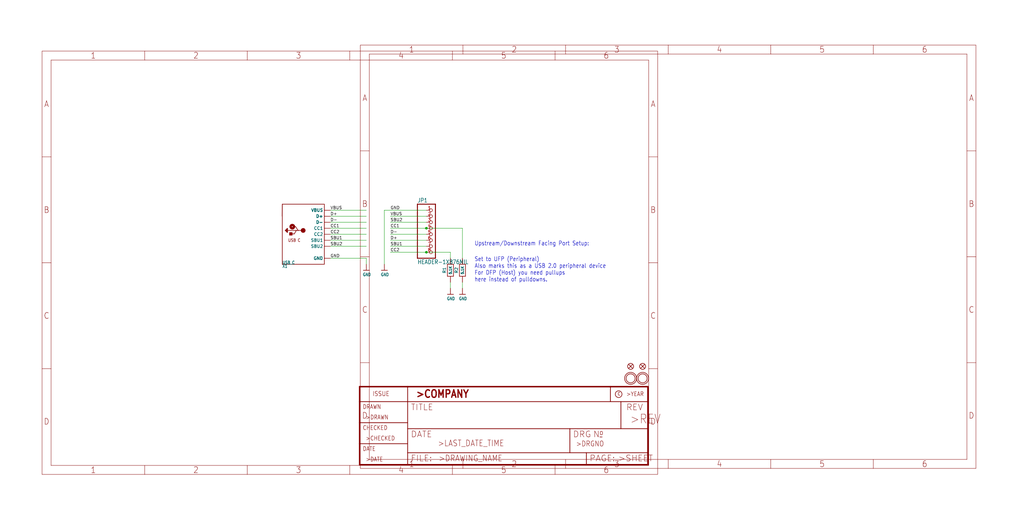
<source format=kicad_sch>
(kicad_sch (version 20211123) (generator eeschema)
  (paper "User" 433.07 220.421)
  (lib_symbols
    (symbol "schematicEagle-eagle-import:FIDUCIAL_1MM"
      (symbol "FIDUCIAL_1MM_1_0"
        (polyline (pts (xy -0.762 0.762) (xy 0.762 -0.762)) (stroke (width 0.254)))
        (polyline (pts (xy 0.762 0.762) (xy -0.762 -0.762)) (stroke (width 0.254)))
        (circle (center 0 0) (radius 1.27) (stroke (width 0.254)))
      )
    )
    (symbol "schematicEagle-eagle-import:FRAME_A4"
      (symbol "FRAME_A4_0_0"
        (polyline (pts (xy 0 44.7675) (xy 3.81 44.7675)))
        (polyline (pts (xy 0 89.535) (xy 3.81 89.535)))
        (polyline (pts (xy 0 134.3025) (xy 3.81 134.3025)))
        (polyline (pts (xy 3.81 3.81) (xy 3.81 175.26)))
        (polyline (pts (xy 43.3917 0) (xy 43.3917 3.81)))
        (polyline (pts (xy 43.3917 175.26) (xy 43.3917 179.07)))
        (polyline (pts (xy 86.7833 0) (xy 86.7833 3.81)))
        (polyline (pts (xy 86.7833 175.26) (xy 86.7833 179.07)))
        (polyline (pts (xy 130.175 0) (xy 130.175 3.81)))
        (polyline (pts (xy 130.175 175.26) (xy 130.175 179.07)))
        (polyline (pts (xy 173.5667 0) (xy 173.5667 3.81)))
        (polyline (pts (xy 173.5667 175.26) (xy 173.5667 179.07)))
        (polyline (pts (xy 216.9583 0) (xy 216.9583 3.81)))
        (polyline (pts (xy 216.9583 175.26) (xy 216.9583 179.07)))
        (polyline (pts (xy 256.54 3.81) (xy 3.81 3.81)))
        (polyline (pts (xy 256.54 3.81) (xy 256.54 175.26)))
        (polyline (pts (xy 256.54 44.7675) (xy 260.35 44.7675)))
        (polyline (pts (xy 256.54 89.535) (xy 260.35 89.535)))
        (polyline (pts (xy 256.54 134.3025) (xy 260.35 134.3025)))
        (polyline (pts (xy 256.54 175.26) (xy 3.81 175.26)))
        (polyline (pts (xy 0 0) (xy 260.35 0) (xy 260.35 179.07) (xy 0 179.07) (xy 0 0)))
        (text "1" (at 21.6958 1.905 0) (effects (font (size 2.54 2.286))))
        (text "1" (at 21.6958 177.165 0) (effects (font (size 2.54 2.286))))
        (text "2" (at 65.0875 1.905 0) (effects (font (size 2.54 2.286))))
        (text "2" (at 65.0875 177.165 0) (effects (font (size 2.54 2.286))))
        (text "3" (at 108.4792 1.905 0) (effects (font (size 2.54 2.286))))
        (text "3" (at 108.4792 177.165 0) (effects (font (size 2.54 2.286))))
        (text "4" (at 151.8708 1.905 0) (effects (font (size 2.54 2.286))))
        (text "4" (at 151.8708 177.165 0) (effects (font (size 2.54 2.286))))
        (text "5" (at 195.2625 1.905 0) (effects (font (size 2.54 2.286))))
        (text "5" (at 195.2625 177.165 0) (effects (font (size 2.54 2.286))))
        (text "6" (at 238.6542 1.905 0) (effects (font (size 2.54 2.286))))
        (text "6" (at 238.6542 177.165 0) (effects (font (size 2.54 2.286))))
        (text "A" (at 1.905 156.6863 0) (effects (font (size 2.54 2.286))))
        (text "A" (at 258.445 156.6863 0) (effects (font (size 2.54 2.286))))
        (text "B" (at 1.905 111.9188 0) (effects (font (size 2.54 2.286))))
        (text "B" (at 258.445 111.9188 0) (effects (font (size 2.54 2.286))))
        (text "C" (at 1.905 67.1513 0) (effects (font (size 2.54 2.286))))
        (text "C" (at 258.445 67.1513 0) (effects (font (size 2.54 2.286))))
        (text "D" (at 1.905 22.3838 0) (effects (font (size 2.54 2.286))))
        (text "D" (at 258.445 22.3838 0) (effects (font (size 2.54 2.286))))
      )
      (symbol "FRAME_A4_1_0"
        (polyline (pts (xy 256.54 3.81) (xy 256.54 8.89)) (stroke (width 0.1016)))
        (polyline (pts (xy 256.54 8.89) (xy 256.54 13.97)) (stroke (width 0.1016)))
        (polyline (pts (xy 256.54 13.97) (xy 256.54 19.05)) (stroke (width 0.1016)))
        (polyline (pts (xy 256.54 19.05) (xy 256.54 36.83)) (stroke (width 0.1016)))
      )
      (symbol "FRAME_A4_2_0"
        (polyline (pts (xy -0.3048 1.5748) (xy 20.0152 1.5748)) (stroke (width 0.6096)))
        (polyline (pts (xy -0.3048 10.4648) (xy -0.3048 1.5748)) (stroke (width 0.6096)))
        (polyline (pts (xy -0.3048 10.4648) (xy 20.0152 10.4648)) (stroke (width 0.3048)))
        (polyline (pts (xy -0.3048 19.3548) (xy -0.3048 10.4648)) (stroke (width 0.6096)))
        (polyline (pts (xy -0.3048 19.3548) (xy 20.0152 19.3548)) (stroke (width 0.3048)))
        (polyline (pts (xy -0.3048 28.2448) (xy -0.3048 19.3548)) (stroke (width 0.6096)))
        (polyline (pts (xy -0.3048 28.2448) (xy 20.0152 28.2448)) (stroke (width 0.3048)))
        (polyline (pts (xy -0.3048 34.5948) (xy -0.3048 28.2448)) (stroke (width 0.6096)))
        (polyline (pts (xy 20.0152 1.5748) (xy 20.0152 6.6548)) (stroke (width 0.3048)))
        (polyline (pts (xy 20.0152 1.5748) (xy 95.5802 1.5748)) (stroke (width 0.6096)))
        (polyline (pts (xy 20.0152 6.6548) (xy 20.0152 10.4648)) (stroke (width 0.3048)))
        (polyline (pts (xy 20.0152 6.6548) (xy 88.5952 6.6548)) (stroke (width 0.3048)))
        (polyline (pts (xy 20.0152 10.4648) (xy 20.0152 16.8148)) (stroke (width 0.3048)))
        (polyline (pts (xy 20.0152 16.8148) (xy 20.0152 19.3548)) (stroke (width 0.3048)))
        (polyline (pts (xy 20.0152 19.3548) (xy 20.0152 28.2448)) (stroke (width 0.3048)))
        (polyline (pts (xy 20.0152 28.2448) (xy 20.0152 34.5948)) (stroke (width 0.3048)))
        (polyline (pts (xy 20.0152 28.2448) (xy 105.7402 28.2448)) (stroke (width 0.3048)))
        (polyline (pts (xy 20.0152 34.5948) (xy -0.3048 34.5948)) (stroke (width 0.6096)))
        (polyline (pts (xy 88.5952 6.6548) (xy 95.5802 6.6548)) (stroke (width 0.3048)))
        (polyline (pts (xy 88.5952 16.8148) (xy 20.0152 16.8148)) (stroke (width 0.3048)))
        (polyline (pts (xy 88.5952 16.8148) (xy 88.5952 6.6548)) (stroke (width 0.3048)))
        (polyline (pts (xy 95.5802 1.5748) (xy 121.6152 1.5748)) (stroke (width 0.6096)))
        (polyline (pts (xy 95.5802 6.6548) (xy 95.5802 1.5748)) (stroke (width 0.3048)))
        (polyline (pts (xy 95.5802 6.6548) (xy 121.6152 6.6548)) (stroke (width 0.3048)))
        (polyline (pts (xy 101.2952 13.3223) (xy 102.2477 13.3223)) (stroke (width 0.254)))
        (polyline (pts (xy 105.7402 28.2448) (xy 105.7402 34.5948)) (stroke (width 0.3048)))
        (polyline (pts (xy 105.7402 28.2448) (xy 110.1852 28.2448)) (stroke (width 0.3048)))
        (polyline (pts (xy 105.7402 34.5948) (xy 20.0152 34.5948)) (stroke (width 0.6096)))
        (polyline (pts (xy 110.1852 16.8148) (xy 88.5952 16.8148)) (stroke (width 0.3048)))
        (polyline (pts (xy 110.1852 28.2448) (xy 110.1852 16.8148)) (stroke (width 0.3048)))
        (polyline (pts (xy 110.1852 28.2448) (xy 121.6152 28.2448)) (stroke (width 0.3048)))
        (polyline (pts (xy 121.6152 6.6548) (xy 121.6152 1.5748)) (stroke (width 0.6096)))
        (polyline (pts (xy 121.6152 16.8148) (xy 110.1852 16.8148)) (stroke (width 0.3048)))
        (polyline (pts (xy 121.6152 16.8148) (xy 121.6152 6.6548)) (stroke (width 0.6096)))
        (polyline (pts (xy 121.6152 28.2448) (xy 121.6152 16.8148)) (stroke (width 0.6096)))
        (polyline (pts (xy 121.6152 34.5948) (xy 105.7402 34.5948)) (stroke (width 0.6096)))
        (polyline (pts (xy 121.6152 34.5948) (xy 121.6152 28.2448)) (stroke (width 0.6096)))
        (circle (center 109.2327 31.4198) (radius 1.4199) (stroke (width 0.254)))
        (text ">CHECKED" (at 2.2352 11.7348 0) (effects (font (size 1.778 1.5113)) (justify left bottom)))
        (text ">COMPANY" (at 23.349 29.6735 0) (effects (font (size 3.175 2.6987) (thickness 0.5397) bold) (justify left bottom)))
        (text ">DATE" (at 2.2352 2.8448 0) (effects (font (size 1.778 1.5113)) (justify left bottom)))
        (text ">DRAWING_NAME" (at 33.0327 2.8448 0) (effects (font (size 2.54 2.159)) (justify left bottom)))
        (text ">DRAWN" (at 2.2352 20.6248 0) (effects (font (size 1.778 1.5113)) (justify left bottom)))
        (text ">DRGNO" (at 91.1352 9.1948 0) (effects (font (size 2.1844 1.8567)) (justify left bottom)))
        (text ">LAST_DATE_TIME" (at 32.7152 9.1948 0) (effects (font (size 2.54 2.159)) (justify left bottom)))
        (text ">REV" (at 113.9952 18.7198 0) (effects (font (size 3.81 3.2385)) (justify left bottom)))
        (text ">SHEET" (at 108.9152 2.8448 0) (effects (font (size 2.54 2.54)) (justify left bottom)))
        (text ">YEAR" (at 112.4077 30.4673 0) (effects (font (size 1.778 1.5113)) (justify left bottom)))
        (text "C" (at 108.7564 30.7848 0) (effects (font (size 1.27 1.0795)) (justify left bottom)))
        (text "CHECKED" (at 0.9652 16.1798 0) (effects (font (size 1.778 1.5113)) (justify left bottom)))
        (text "DATE" (at 0.9652 7.2898 0) (effects (font (size 1.778 1.5113)) (justify left bottom)))
        (text "DATE" (at 21.2852 13.0048 0) (effects (font (size 2.54 2.54)) (justify left bottom)))
        (text "DRAWN" (at 0.9652 25.0698 0) (effects (font (size 1.778 1.5113)) (justify left bottom)))
        (text "DRG" (at 89.8652 13.0048 0) (effects (font (size 2.54 2.54)) (justify left bottom)))
        (text "FILE:" (at 21.2852 2.8448 0) (effects (font (size 2.54 2.54)) (justify left bottom)))
        (text "ISSUE" (at 5.0927 30.4673 0) (effects (font (size 1.9304 1.6408)) (justify left bottom)))
        (text "N" (at 98.4377 13.0048 0) (effects (font (size 2.54 2.54)) (justify left bottom)))
        (text "o" (at 100.9777 13.9573 0) (effects (font (size 2.1844 1.8567)) (justify left bottom)))
        (text "PAGE:" (at 96.8502 2.8448 0) (effects (font (size 2.54 2.54)) (justify left bottom)))
        (text "REV" (at 112.4077 24.4348 0) (effects (font (size 2.54 2.54)) (justify left bottom)))
        (text "TITLE" (at 21.2852 24.4348 0) (effects (font (size 2.54 2.54)) (justify left bottom)))
      )
    )
    (symbol "schematicEagle-eagle-import:GND" (power)
      (property "Value" "GND" (at -1.524 -2.54 0))
      (symbol "GND_1_0"
        (polyline (pts (xy -1.27 0) (xy 1.27 0)) (stroke (width 0.254)))
        (pin power_in line (at 0 2.54 270) (length 2.54) (name "GND") (number "1"))
      )
    )
    (symbol "schematicEagle-eagle-import:HEADER-1X876MIL"
      (property "Reference" "JP" (at -6.35 13.335 0))
      (property "Value" "HEADER-1X876MIL" (at -6.35 -12.7 0))
      (symbol "HEADER-1X876MIL_1_0"
        (polyline (pts (xy -6.35 -10.16) (xy 1.27 -10.16)) (stroke (width 0.4064)))
        (polyline (pts (xy -6.35 12.7) (xy -6.35 -10.16)) (stroke (width 0.4064)))
        (polyline (pts (xy 1.27 -10.16) (xy 1.27 12.7)) (stroke (width 0.4064)))
        (polyline (pts (xy 1.27 12.7) (xy -6.35 12.7)) (stroke (width 0.4064)))
        (pin passive inverted (at -2.54 10.16 0) (length 2.54) (name "1") (number "1"))
        (pin passive inverted (at -2.54 7.62 0) (length 2.54) (name "2") (number "2"))
        (pin passive inverted (at -2.54 5.08 0) (length 2.54) (name "3") (number "3"))
        (pin passive inverted (at -2.54 2.54 0) (length 2.54) (name "4") (number "4"))
        (pin passive inverted (at -2.54 0 0) (length 2.54) (name "5") (number "5"))
        (pin passive inverted (at -2.54 -2.54 0) (length 2.54) (name "6") (number "6"))
        (pin passive inverted (at -2.54 -5.08 0) (length 2.54) (name "7") (number "7"))
        (pin passive inverted (at -2.54 -7.62 0) (length 2.54) (name "8") (number "8"))
      )
    )
    (symbol "schematicEagle-eagle-import:MOUNTINGHOLE2.5"
      (symbol "MOUNTINGHOLE2.5_1_0"
        (circle (center 0 0) (radius 1.905) (stroke (width 0.254)))
        (circle (center 0 0) (radius 2.54) (stroke (width 0.254)))
      )
    )
    (symbol "schematicEagle-eagle-import:RESISTOR_0603_NOOUT"
      (property "Reference" "R" (at 0 2.54 0))
      (property "Value" "RESISTOR_0603_NOOUT" (at 0 0 0))
      (symbol "RESISTOR_0603_NOOUT_1_0"
        (polyline (pts (xy -2.54 -1.27) (xy -2.54 1.27)) (stroke (width 0.254)))
        (polyline (pts (xy -2.54 1.27) (xy 2.54 1.27)) (stroke (width 0.254)))
        (polyline (pts (xy 2.54 -1.27) (xy -2.54 -1.27)) (stroke (width 0.254)))
        (polyline (pts (xy 2.54 1.27) (xy 2.54 -1.27)) (stroke (width 0.254)))
        (pin passive line (at -5.08 0 0) (length 2.54) (name "1") (number "1"))
        (pin passive line (at 5.08 0 180) (length 2.54) (name "2") (number "2"))
      )
    )
    (symbol "schematicEagle-eagle-import:USB_C"
      (property "Reference" "X" (at -10.16 13.716 0))
      (property "Value" "USB_C" (at -10.16 -15.24 0))
      (symbol "USB_C_1_0"
        (rectangle (start -7.12 -0.45) (end -5.92 0.75) (fill (type outline)))
        (circle (center -5.92 3.2) (radius 0.2) (stroke (width 1)))
        (circle (center -1.32 1.6) (radius 0.5) (stroke (width 1)))
        (polyline (pts (xy -10.2 7.62) (xy -10.16 12.7)) (stroke (width 0.254)))
        (polyline (pts (xy -10.16 -12.7) (xy 7.62 -12.7)) (stroke (width 0.254)))
        (polyline (pts (xy -10.16 12.7) (xy -10.16 -12.7)) (stroke (width 0.254)))
        (polyline (pts (xy -10.16 12.7) (xy 7.62 12.7)) (stroke (width 0.254)))
        (polyline (pts (xy -8.92 1.6) (xy -8.12 2.4)) (stroke (width 0.254)))
        (polyline (pts (xy -8.52 1.4) (xy -8.32 1.2)) (stroke (width 0.254)))
        (polyline (pts (xy -8.52 1.6) (xy -8.52 1.4)) (stroke (width 0.254)))
        (polyline (pts (xy -8.32 1.2) (xy -8.32 2)) (stroke (width 0.254)))
        (polyline (pts (xy -8.32 2) (xy -8.72 1.6)) (stroke (width 0.254)))
        (polyline (pts (xy -8.12 0.8) (xy -8.92 1.6)) (stroke (width 0.254)))
        (polyline (pts (xy -8.12 1) (xy -8.12 2.4)) (stroke (width 0.254)))
        (polyline (pts (xy -8.12 2.4) (xy -7.92 2.4)) (stroke (width 0.254)))
        (polyline (pts (xy -7.92 0.8) (xy -8.12 0.8)) (stroke (width 0.254)))
        (polyline (pts (xy -7.92 1.6) (xy -7.92 0.8)) (stroke (width 0.254)))
        (polyline (pts (xy -7.92 2.4) (xy -7.92 1.6)) (stroke (width 0.254)))
        (polyline (pts (xy -6.27 0.15) (xy -5.07 0.15)) (stroke (width 0.254)))
        (polyline (pts (xy -5.52 3.2) (xy -4.52 3.2)) (stroke (width 0.254)))
        (polyline (pts (xy -5.07 0.15) (xy -4.22 1.6)) (stroke (width 0.254)))
        (polyline (pts (xy -4.52 3.2) (xy -3.47 1.6)) (stroke (width 0.254)))
        (polyline (pts (xy -4.22 1.6) (xy -7.92 1.6)) (stroke (width 0.254)))
        (polyline (pts (xy -3.47 1.6) (xy -4.22 1.6)) (stroke (width 0.254)))
        (polyline (pts (xy -1.32 1.6) (xy -3.47 1.6)) (stroke (width 0.254)))
        (polyline (pts (xy 7.62 12.7) (xy 7.62 -12.7)) (stroke (width 0.254)))
        (text "USB C" (at -5.08 -2.54 0) (effects (font (size 1.27 1.0795))))
        (pin power_in line (at 10.16 -10.16 180) (length 2.54) (name "GND") (number "A1B12"))
        (pin power_in line (at 10.16 10.16 180) (length 2.54) (name "VBUS") (number "A4B9"))
        (pin bidirectional line (at 10.16 2.54 180) (length 2.54) (name "CC1") (number "A5"))
        (pin bidirectional line (at 10.16 7.62 180) (length 2.54) (name "D+") (number "A6"))
        (pin bidirectional line (at 10.16 5.08 180) (length 2.54) (name "D-") (number "A7"))
        (pin bidirectional line (at 10.16 -2.54 180) (length 2.54) (name "SBU1") (number "A8"))
        (pin power_in line (at 10.16 -10.16 180) (length 2.54) (name "GND") (number "B1A12"))
        (pin power_in line (at 10.16 10.16 180) (length 2.54) (name "VBUS") (number "B4A9"))
        (pin bidirectional line (at 10.16 0 180) (length 2.54) (name "CC2") (number "B5"))
        (pin bidirectional line (at 10.16 7.62 180) (length 2.54) (name "D+") (number "B6"))
        (pin bidirectional line (at 10.16 5.08 180) (length 2.54) (name "D-") (number "B7"))
        (pin bidirectional line (at 10.16 -5.08 180) (length 2.54) (name "SBU2") (number "B8"))
      )
    )
  )
  (junction (at 180.34 106.68))
  (junction (at 180.34 96.52))
  (wire (pts (xy 165.1 96.52) (xy 180.34 96.52)))
  (wire (pts (xy 165.1 104.14) (xy 180.34 104.14)))
  (wire (pts (xy 154.94 109.22) (xy 154.94 111.76)))
  (wire (pts (xy 165.1 101.6) (xy 180.34 101.6)))
  (wire (pts (xy 195.58 96.52) (xy 195.58 109.22)))
  (wire (pts (xy 139.7 91.44) (xy 154.94 91.44)))
  (wire (pts (xy 180.34 91.44) (xy 165.1 91.44)))
  (wire (pts (xy 139.7 104.14) (xy 154.94 104.14)))
  (wire (pts (xy 180.34 106.68) (xy 190.5 106.68)))
  (wire (pts (xy 190.5 106.68) (xy 190.5 109.22)))
  (wire (pts (xy 180.34 96.52) (xy 195.58 96.52)))
  (wire (pts (xy 139.7 101.6) (xy 154.94 101.6)))
  (wire (pts (xy 154.94 109.22) (xy 139.7 109.22)))
  (wire (pts (xy 139.7 96.52) (xy 154.94 96.52)))
  (wire (pts (xy 180.34 88.9) (xy 162.56 88.9)))
  (wire (pts (xy 165.1 106.68) (xy 180.34 106.68)))
  (wire (pts (xy 162.56 88.9) (xy 162.56 111.76)))
  (wire (pts (xy 165.1 93.98) (xy 180.34 93.98)))
  (wire (pts (xy 139.7 99.06) (xy 154.94 99.06)))
  (wire (pts (xy 190.5 119.38) (xy 190.5 121.92)))
  (wire (pts (xy 154.94 88.9) (xy 139.7 88.9)))
  (wire (pts (xy 139.7 93.98) (xy 154.94 93.98)))
  (wire (pts (xy 195.58 121.92) (xy 195.58 119.38)))
  (wire (pts (xy 165.1 99.06) (xy 180.34 99.06)))
  (text "Set to UFP (Peripheral)\nAlso marks this as a USB 2.0 peripheral device\nFor DFP (Host) you need pullups\nhere instead of pulldowns." (at 200.66 119.38 0) (effects (font (size 1.778 1.5113)) (justify left bottom)))
  (text "Upstream/Downstream Facing Port Setup:" (at 200.66 104.14 180) (effects (font (size 1.778 1.5113)) (justify left bottom)))
  (label "D+" (at 139.7 91.44 0) (effects (font (size 1.2446 1.2446))))
  (label "D-" (at 139.7 93.98 0) (effects (font (size 1.2446 1.2446))))
  (label "SBU1" (at 165.1 104.14 0) (effects (font (size 1.2446 1.2446))))
  (label "D+" (at 165.1 101.6 0) (effects (font (size 1.2446 1.2446))))
  (label "CC1" (at 165.1 96.52 0) (effects (font (size 1.2446 1.2446))))
  (label "GND" (at 139.7 109.22 0) (effects (font (size 1.2446 1.2446))))
  (label "CC2" (at 139.7 99.06 0) (effects (font (size 1.2446 1.2446))))
  (label "VBUS" (at 165.1 91.44 0) (effects (font (size 1.2446 1.2446))))
  (label "CC1" (at 139.7 96.52 0) (effects (font (size 1.2446 1.2446))))
  (label "SBU1" (at 139.7 101.6 0) (effects (font (size 1.2446 1.2446))))
  (label "CC2" (at 165.1 106.68 0) (effects (font (size 1.2446 1.2446))))
  (label "VBUS" (at 139.7 88.9 0) (effects (font (size 1.2446 1.2446))))
  (label "SBU2" (at 139.7 104.14 0) (effects (font (size 1.2446 1.2446))))
  (label "SBU2" (at 165.1 93.98 0) (effects (font (size 1.2446 1.2446))))
  (label "D-" (at 165.1 99.06 0) (effects (font (size 1.2446 1.2446))))
  (label "GND" (at 165.1 88.9 0) (effects (font (size 1.2446 1.2446))))
  (symbol (lib_id "schematicEagle-eagle-import:FRAME_A4") (at 152.4 198.12 0) (unit 2)
    (property "Reference" "#FRAME1" (effects hide))
    (property "Value" "FRAME_A4" (effects hide))
    (property "Footprint" "schematicEagle:" (effects hide))
  )
  (symbol (lib_id "schematicEagle-eagle-import:GND") (at 154.94 114.3 0) (unit 1)
    (property "Reference" "#U$6" (effects hide))
    (property "Value" "GND" (at 153.416 116.84 0) (effects (font (size 1.27 1.0795)) (justify left bottom)))
    (property "Footprint" "schematicEagle:" (effects hide))
  )
  (symbol (lib_id "schematicEagle-eagle-import:USB_C") (at 129.54 99.06 0) (unit 1)
    (property "Reference" "X1" (at 119.38 113.284 0) (effects (font (size 1.27 1.0795)) (justify left bottom)))
    (property "Value" "USB_C" (at 119.38 111.76 0) (effects (font (size 1.27 1.0795)) (justify left bottom)))
    (property "Footprint" "schematicEagle:USB_C_CUSB31-CFM2AX-01-X" (effects hide))
  )
  (symbol (lib_id "schematicEagle-eagle-import:FIDUCIAL_1MM") (at 271.78 154.94 0) (unit 1)
    (property "Reference" "FID1" (effects hide))
    (property "Value" "FIDUCIAL_1MM" (effects hide))
    (property "Footprint" "schematicEagle:FIDUCIAL_1MM" (effects hide))
  )
  (symbol (lib_id "schematicEagle-eagle-import:MOUNTINGHOLE2.5") (at 266.7 160.02 0) (unit 1)
    (property "Reference" "U$2" (effects hide))
    (property "Value" "MOUNTINGHOLE2.5" (effects hide))
    (property "Footprint" "schematicEagle:MOUNTINGHOLE_2.5_PLATED" (effects hide))
  )
  (symbol (lib_id "schematicEagle-eagle-import:GND") (at 195.58 124.46 0) (unit 1)
    (property "Reference" "#U$5" (effects hide))
    (property "Value" "GND" (at 194.056 127 0) (effects (font (size 1.27 1.0795)) (justify left bottom)))
    (property "Footprint" "schematicEagle:" (effects hide))
  )
  (symbol (lib_id "schematicEagle-eagle-import:FRAME_A4") (at 17.78 200.66 0) (unit 1)
    (property "Reference" "#FRAME1" (effects hide))
    (property "Value" "FRAME_A4" (effects hide))
    (property "Footprint" "schematicEagle:" (effects hide))
  )
  (symbol (lib_id "schematicEagle-eagle-import:RESISTOR_0603_NOOUT") (at 190.5 114.3 90) (unit 1)
    (property "Reference" "R1" (at 187.96 114.3 0))
    (property "Value" "5.1K" (at 190.5 114.3 0) (effects (font (size 1.016 1.016) bold)))
    (property "Footprint" "schematicEagle:0603-NO" (effects hide))
  )
  (symbol (lib_id "schematicEagle-eagle-import:FIDUCIAL_1MM") (at 266.7 154.94 0) (unit 1)
    (property "Reference" "FID2" (effects hide))
    (property "Value" "FIDUCIAL_1MM" (effects hide))
    (property "Footprint" "schematicEagle:FIDUCIAL_1MM" (effects hide))
  )
  (symbol (lib_id "schematicEagle-eagle-import:MOUNTINGHOLE2.5") (at 271.78 160.02 0) (unit 1)
    (property "Reference" "U$1" (effects hide))
    (property "Value" "MOUNTINGHOLE2.5" (effects hide))
    (property "Footprint" "schematicEagle:MOUNTINGHOLE_2.5_PLATED" (effects hide))
  )
  (symbol (lib_id "schematicEagle-eagle-import:RESISTOR_0603_NOOUT") (at 195.58 114.3 90) (unit 1)
    (property "Reference" "R2" (at 193.04 114.3 0))
    (property "Value" "5.1K" (at 195.58 114.3 0) (effects (font (size 1.016 1.016) bold)))
    (property "Footprint" "schematicEagle:0603-NO" (effects hide))
  )
  (symbol (lib_id "schematicEagle-eagle-import:GND") (at 190.5 124.46 0) (unit 1)
    (property "Reference" "#U$4" (effects hide))
    (property "Value" "GND" (at 188.976 127 0) (effects (font (size 1.27 1.0795)) (justify left bottom)))
    (property "Footprint" "schematicEagle:" (effects hide))
  )
  (symbol (lib_id "schematicEagle-eagle-import:HEADER-1X876MIL") (at 182.88 99.06 0) (unit 1)
    (property "Reference" "JP1" (at 176.53 85.725 0) (effects (font (size 1.778 1.5113)) (justify left bottom)))
    (property "Value" "HEADER-1X876MIL" (at 176.53 111.76 0) (effects (font (size 1.778 1.5113)) (justify left bottom)))
    (property "Footprint" "schematicEagle:1X08_ROUND_76" (effects hide))
  )
  (symbol (lib_id "schematicEagle-eagle-import:GND") (at 162.56 114.3 0) (unit 1)
    (property "Reference" "#U$7" (effects hide))
    (property "Value" "GND" (at 161.036 116.84 0) (effects (font (size 1.27 1.0795)) (justify left bottom)))
    (property "Footprint" "schematicEagle:" (effects hide))
  )
)
</source>
